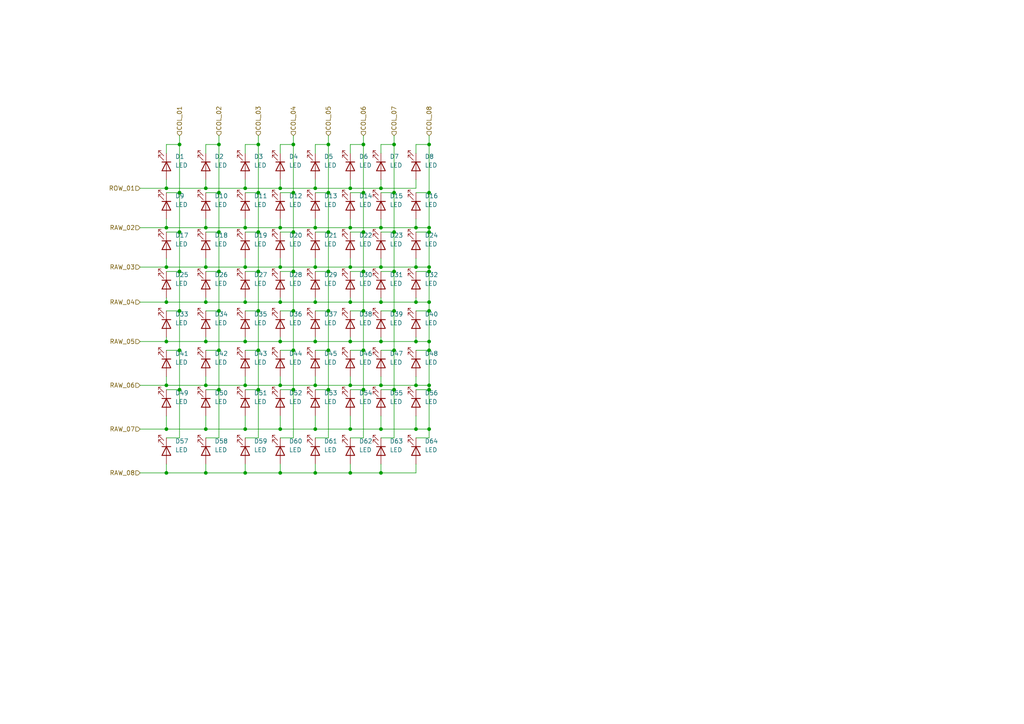
<source format=kicad_sch>
(kicad_sch (version 20211123) (generator eeschema)
  (paper "A4")
  (lib_symbols
    (symbol "Device:LED" (pin_numbers hide) (pin_names (offset 1.016) hide)
      (property "Reference" "D" (at 0 2.54 0))
      (property "Value" "LED" (at 0 -2.54 0))
      (symbol "LED_0_1"
        (polyline (pts (xy -1.27 -1.27) (xy -1.27 1.27)) (stroke (width 0.254)))
        (polyline (pts (xy -1.27 0) (xy 1.27 0)))
        (polyline (pts (xy 1.27 -1.27) (xy 1.27 1.27) (xy -1.27 0) (xy 1.27 -1.27)) (stroke (width 0.254)))
        (polyline (pts (xy -3.048 -0.762) (xy -4.572 -2.286) (xy -3.81 -2.286) (xy -4.572 -2.286) (xy -4.572 -1.524)))
        (polyline (pts (xy -1.778 -0.762) (xy -3.302 -2.286) (xy -2.54 -2.286) (xy -3.302 -2.286) (xy -3.302 -1.524)))
      )
      (symbol "LED_1_1"
        (pin passive line (at -3.81 0 0) (length 2.54) (name "K") (number "1"))
        (pin passive line (at 3.81 0 180) (length 2.54) (name "A") (number "2"))
      )
    )
  )
  (junction (at 105.41 67.31))
  (junction (at 95.25 113.03))
  (junction (at 71.12 77.47))
  (junction (at 74.93 113.03))
  (junction (at 85.09 101.6))
  (junction (at 59.69 54.61))
  (junction (at 71.12 66.04))
  (junction (at 48.26 99.06))
  (junction (at 52.07 90.17))
  (junction (at 114.3 90.17))
  (junction (at 81.28 99.06))
  (junction (at 48.26 77.47))
  (junction (at 59.69 137.16))
  (junction (at 91.44 124.46))
  (junction (at 124.46 77.47))
  (junction (at 124.46 90.17))
  (junction (at 114.3 41.91))
  (junction (at 85.09 67.31))
  (junction (at 110.49 111.76))
  (junction (at 63.5 78.74))
  (junction (at 120.65 87.63))
  (junction (at 63.5 101.6))
  (junction (at 105.41 113.03))
  (junction (at 91.44 77.47))
  (junction (at 48.26 137.16))
  (junction (at 85.09 90.17))
  (junction (at 110.49 87.63))
  (junction (at 105.41 55.88))
  (junction (at 124.46 87.63))
  (junction (at 52.07 67.31))
  (junction (at 59.69 77.47))
  (junction (at 71.12 99.06))
  (junction (at 95.25 101.6))
  (junction (at 52.07 55.88))
  (junction (at 105.41 78.74))
  (junction (at 124.46 67.31))
  (junction (at 101.6 124.46))
  (junction (at 52.07 41.91))
  (junction (at 81.28 111.76))
  (junction (at 74.93 90.17))
  (junction (at 48.26 87.63))
  (junction (at 59.69 99.06))
  (junction (at 74.93 101.6))
  (junction (at 105.41 101.6))
  (junction (at 81.28 54.61))
  (junction (at 48.26 54.61))
  (junction (at 110.49 77.47))
  (junction (at 91.44 111.76))
  (junction (at 52.07 78.74))
  (junction (at 120.65 99.06))
  (junction (at 95.25 67.31))
  (junction (at 91.44 66.04))
  (junction (at 71.12 124.46))
  (junction (at 101.6 77.47))
  (junction (at 81.28 137.16))
  (junction (at 81.28 77.47))
  (junction (at 105.41 41.91))
  (junction (at 114.3 55.88))
  (junction (at 114.3 78.74))
  (junction (at 74.93 41.91))
  (junction (at 110.49 124.46))
  (junction (at 71.12 137.16))
  (junction (at 85.09 78.74))
  (junction (at 85.09 113.03))
  (junction (at 63.5 113.03))
  (junction (at 124.46 99.06))
  (junction (at 63.5 55.88))
  (junction (at 114.3 101.6))
  (junction (at 101.6 99.06))
  (junction (at 74.93 67.31))
  (junction (at 101.6 137.16))
  (junction (at 110.49 54.61))
  (junction (at 124.46 41.91))
  (junction (at 95.25 41.91))
  (junction (at 124.46 78.74))
  (junction (at 91.44 137.16))
  (junction (at 63.5 90.17))
  (junction (at 48.26 111.76))
  (junction (at 101.6 54.61))
  (junction (at 63.5 67.31))
  (junction (at 59.69 87.63))
  (junction (at 114.3 67.31))
  (junction (at 48.26 124.46))
  (junction (at 91.44 87.63))
  (junction (at 124.46 124.46))
  (junction (at 95.25 90.17))
  (junction (at 81.28 66.04))
  (junction (at 48.26 66.04))
  (junction (at 91.44 99.06))
  (junction (at 120.65 111.76))
  (junction (at 63.5 41.91))
  (junction (at 120.65 77.47))
  (junction (at 85.09 55.88))
  (junction (at 74.93 78.74))
  (junction (at 52.07 113.03))
  (junction (at 120.65 66.04))
  (junction (at 114.3 113.03))
  (junction (at 124.46 111.76))
  (junction (at 81.28 124.46))
  (junction (at 124.46 66.04))
  (junction (at 95.25 55.88))
  (junction (at 71.12 87.63))
  (junction (at 71.12 54.61))
  (junction (at 124.46 101.6))
  (junction (at 81.28 87.63))
  (junction (at 105.41 90.17))
  (junction (at 59.69 124.46))
  (junction (at 71.12 111.76))
  (junction (at 52.07 101.6))
  (junction (at 59.69 66.04))
  (junction (at 101.6 87.63))
  (junction (at 120.65 124.46))
  (junction (at 95.25 78.74))
  (junction (at 85.09 41.91))
  (junction (at 59.69 111.76))
  (junction (at 110.49 66.04))
  (junction (at 110.49 99.06))
  (junction (at 91.44 54.61))
  (junction (at 124.46 113.03))
  (junction (at 101.6 66.04))
  (junction (at 124.46 55.88))
  (junction (at 101.6 111.76))
  (junction (at 74.93 55.88))
  (junction (at 110.49 137.16))
  (wire (pts (xy 101.6 55.88) (xy 105.41 55.88)))
  (wire (pts (xy 120.65 99.06) (xy 124.46 99.06)))
  (wire (pts (xy 120.65 67.31) (xy 124.46 67.31)))
  (wire (pts (xy 59.69 111.76) (xy 71.12 111.76)))
  (wire (pts (xy 81.28 113.03) (xy 85.09 113.03)))
  (wire (pts (xy 59.69 52.07) (xy 59.69 54.61)))
  (wire (pts (xy 101.6 66.04) (xy 110.49 66.04)))
  (wire (pts (xy 101.6 99.06) (xy 110.49 99.06)))
  (wire (pts (xy 101.6 63.5) (xy 101.6 66.04)))
  (wire (pts (xy 48.26 97.79) (xy 48.26 99.06)))
  (wire (pts (xy 59.69 127) (xy 63.5 127)))
  (wire (pts (xy 110.49 113.03) (xy 114.3 113.03)))
  (wire (pts (xy 110.49 120.65) (xy 110.49 124.46)))
  (wire (pts (xy 120.65 109.22) (xy 120.65 111.76)))
  (wire (pts (xy 48.26 99.06) (xy 59.69 99.06)))
  (wire (pts (xy 71.12 134.62) (xy 71.12 137.16)))
  (wire (pts (xy 81.28 101.6) (xy 85.09 101.6)))
  (wire (pts (xy 81.28 74.93) (xy 81.28 77.47)))
  (wire (pts (xy 52.07 41.91) (xy 52.07 55.88)))
  (wire (pts (xy 91.44 113.03) (xy 95.25 113.03)))
  (wire (pts (xy 81.28 124.46) (xy 91.44 124.46)))
  (wire (pts (xy 124.46 39.37) (xy 124.46 41.91)))
  (wire (pts (xy 48.26 87.63) (xy 59.69 87.63)))
  (wire (pts (xy 59.69 41.91) (xy 59.69 44.45)))
  (wire (pts (xy 48.26 67.31) (xy 52.07 67.31)))
  (wire (pts (xy 110.49 87.63) (xy 120.65 87.63)))
  (wire (pts (xy 91.44 67.31) (xy 95.25 67.31)))
  (wire (pts (xy 124.46 99.06) (xy 124.46 101.6)))
  (wire (pts (xy 40.64 54.61) (xy 48.26 54.61)))
  (wire (pts (xy 91.44 66.04) (xy 101.6 66.04)))
  (wire (pts (xy 110.49 55.88) (xy 114.3 55.88)))
  (wire (pts (xy 63.5 101.6) (xy 63.5 113.03)))
  (wire (pts (xy 101.6 109.22) (xy 101.6 111.76)))
  (wire (pts (xy 105.41 55.88) (xy 105.41 67.31)))
  (wire (pts (xy 85.09 55.88) (xy 85.09 67.31)))
  (wire (pts (xy 110.49 101.6) (xy 114.3 101.6)))
  (wire (pts (xy 124.46 41.91) (xy 120.65 41.91)))
  (wire (pts (xy 48.26 120.65) (xy 48.26 124.46)))
  (wire (pts (xy 48.26 55.88) (xy 52.07 55.88)))
  (wire (pts (xy 81.28 97.79) (xy 81.28 99.06)))
  (wire (pts (xy 101.6 74.93) (xy 101.6 77.47)))
  (wire (pts (xy 74.93 39.37) (xy 74.93 41.91)))
  (wire (pts (xy 48.26 111.76) (xy 59.69 111.76)))
  (wire (pts (xy 120.65 111.76) (xy 124.46 111.76)))
  (wire (pts (xy 114.3 90.17) (xy 114.3 101.6)))
  (wire (pts (xy 105.41 90.17) (xy 105.41 101.6)))
  (wire (pts (xy 91.44 137.16) (xy 101.6 137.16)))
  (wire (pts (xy 124.46 101.6) (xy 124.46 111.76)))
  (wire (pts (xy 110.49 99.06) (xy 120.65 99.06)))
  (wire (pts (xy 91.44 78.74) (xy 95.25 78.74)))
  (wire (pts (xy 81.28 134.62) (xy 81.28 137.16)))
  (wire (pts (xy 114.3 55.88) (xy 114.3 67.31)))
  (wire (pts (xy 120.65 63.5) (xy 120.65 66.04)))
  (wire (pts (xy 81.28 87.63) (xy 91.44 87.63)))
  (wire (pts (xy 114.3 101.6) (xy 114.3 113.03)))
  (wire (pts (xy 101.6 124.46) (xy 110.49 124.46)))
  (wire (pts (xy 91.44 120.65) (xy 91.44 124.46)))
  (wire (pts (xy 48.26 74.93) (xy 48.26 77.47)))
  (wire (pts (xy 120.65 120.65) (xy 120.65 124.46)))
  (wire (pts (xy 101.6 41.91) (xy 101.6 44.45)))
  (wire (pts (xy 124.46 67.31) (xy 124.46 77.47)))
  (wire (pts (xy 120.65 86.36) (xy 120.65 87.63)))
  (wire (pts (xy 101.6 111.76) (xy 110.49 111.76)))
  (wire (pts (xy 52.07 39.37) (xy 52.07 41.91)))
  (wire (pts (xy 114.3 41.91) (xy 114.3 55.88)))
  (wire (pts (xy 71.12 109.22) (xy 71.12 111.76)))
  (wire (pts (xy 105.41 67.31) (xy 105.41 78.74)))
  (wire (pts (xy 110.49 63.5) (xy 110.49 66.04)))
  (wire (pts (xy 91.44 124.46) (xy 101.6 124.46)))
  (wire (pts (xy 120.65 41.91) (xy 120.65 44.45)))
  (wire (pts (xy 48.26 66.04) (xy 40.64 66.04)))
  (wire (pts (xy 95.25 41.91) (xy 91.44 41.91)))
  (wire (pts (xy 81.28 41.91) (xy 81.28 44.45)))
  (wire (pts (xy 81.28 55.88) (xy 85.09 55.88)))
  (wire (pts (xy 63.5 41.91) (xy 59.69 41.91)))
  (wire (pts (xy 101.6 86.36) (xy 101.6 87.63)))
  (wire (pts (xy 74.93 101.6) (xy 74.93 113.03)))
  (wire (pts (xy 71.12 67.31) (xy 74.93 67.31)))
  (wire (pts (xy 40.64 99.06) (xy 48.26 99.06)))
  (wire (pts (xy 114.3 78.74) (xy 114.3 90.17)))
  (wire (pts (xy 71.12 78.74) (xy 74.93 78.74)))
  (wire (pts (xy 74.93 78.74) (xy 74.93 90.17)))
  (wire (pts (xy 74.93 90.17) (xy 74.93 101.6)))
  (wire (pts (xy 74.93 113.03) (xy 74.93 127)))
  (wire (pts (xy 71.12 137.16) (xy 81.28 137.16)))
  (wire (pts (xy 81.28 54.61) (xy 91.44 54.61)))
  (wire (pts (xy 81.28 66.04) (xy 91.44 66.04)))
  (wire (pts (xy 59.69 109.22) (xy 59.69 111.76)))
  (wire (pts (xy 91.44 77.47) (xy 101.6 77.47)))
  (wire (pts (xy 85.09 67.31) (xy 85.09 78.74)))
  (wire (pts (xy 81.28 52.07) (xy 81.28 54.61)))
  (wire (pts (xy 110.49 90.17) (xy 114.3 90.17)))
  (wire (pts (xy 91.44 134.62) (xy 91.44 137.16)))
  (wire (pts (xy 124.46 87.63) (xy 124.46 90.17)))
  (wire (pts (xy 48.26 78.74) (xy 52.07 78.74)))
  (wire (pts (xy 85.09 41.91) (xy 81.28 41.91)))
  (wire (pts (xy 71.12 74.93) (xy 71.12 77.47)))
  (wire (pts (xy 105.41 78.74) (xy 105.41 90.17)))
  (wire (pts (xy 110.49 52.07) (xy 110.49 54.61)))
  (wire (pts (xy 120.65 78.74) (xy 124.46 78.74)))
  (wire (pts (xy 59.69 134.62) (xy 59.69 137.16)))
  (wire (pts (xy 101.6 54.61) (xy 110.49 54.61)))
  (wire (pts (xy 81.28 78.74) (xy 85.09 78.74)))
  (wire (pts (xy 52.07 67.31) (xy 52.07 78.74)))
  (wire (pts (xy 81.28 127) (xy 85.09 127)))
  (wire (pts (xy 91.44 109.22) (xy 91.44 111.76)))
  (wire (pts (xy 71.12 66.04) (xy 81.28 66.04)))
  (wire (pts (xy 110.49 137.16) (xy 120.65 137.16)))
  (wire (pts (xy 101.6 87.63) (xy 110.49 87.63)))
  (wire (pts (xy 120.65 52.07) (xy 120.65 54.61)))
  (wire (pts (xy 59.69 97.79) (xy 59.69 99.06)))
  (wire (pts (xy 114.3 39.37) (xy 114.3 41.91)))
  (wire (pts (xy 71.12 111.76) (xy 81.28 111.76)))
  (wire (pts (xy 71.12 63.5) (xy 71.12 66.04)))
  (wire (pts (xy 59.69 66.04) (xy 71.12 66.04)))
  (wire (pts (xy 52.07 90.17) (xy 52.07 101.6)))
  (wire (pts (xy 59.69 99.06) (xy 71.12 99.06)))
  (wire (pts (xy 110.49 54.61) (xy 120.65 54.61)))
  (wire (pts (xy 63.5 55.88) (xy 63.5 67.31)))
  (wire (pts (xy 48.26 86.36) (xy 48.26 87.63)))
  (wire (pts (xy 59.69 87.63) (xy 71.12 87.63)))
  (wire (pts (xy 105.41 113.03) (xy 105.41 127)))
  (wire (pts (xy 120.65 55.88) (xy 124.46 55.88)))
  (wire (pts (xy 101.6 113.03) (xy 105.41 113.03)))
  (wire (pts (xy 48.26 101.6) (xy 52.07 101.6)))
  (wire (pts (xy 120.65 87.63) (xy 124.46 87.63)))
  (wire (pts (xy 124.46 113.03) (xy 124.46 124.46)))
  (wire (pts (xy 40.64 111.76) (xy 48.26 111.76)))
  (wire (pts (xy 101.6 127) (xy 105.41 127)))
  (wire (pts (xy 81.28 137.16) (xy 91.44 137.16)))
  (wire (pts (xy 71.12 120.65) (xy 71.12 124.46)))
  (wire (pts (xy 101.6 97.79) (xy 101.6 99.06)))
  (wire (pts (xy 101.6 77.47) (xy 110.49 77.47)))
  (wire (pts (xy 110.49 111.76) (xy 120.65 111.76)))
  (wire (pts (xy 120.65 90.17) (xy 124.46 90.17)))
  (wire (pts (xy 105.41 39.37) (xy 105.41 41.91)))
  (wire (pts (xy 71.12 101.6) (xy 74.93 101.6)))
  (wire (pts (xy 91.44 55.88) (xy 95.25 55.88)))
  (wire (pts (xy 120.65 124.46) (xy 124.46 124.46)))
  (wire (pts (xy 59.69 120.65) (xy 59.69 124.46)))
  (wire (pts (xy 124.46 66.04) (xy 124.46 67.31)))
  (wire (pts (xy 95.25 55.88) (xy 95.25 67.31)))
  (wire (pts (xy 52.07 101.6) (xy 52.07 113.03)))
  (wire (pts (xy 110.49 134.62) (xy 110.49 137.16)))
  (wire (pts (xy 71.12 124.46) (xy 81.28 124.46)))
  (wire (pts (xy 114.3 67.31) (xy 114.3 78.74)))
  (wire (pts (xy 120.65 74.93) (xy 120.65 77.47)))
  (wire (pts (xy 95.25 101.6) (xy 95.25 113.03)))
  (wire (pts (xy 110.49 77.47) (xy 120.65 77.47)))
  (wire (pts (xy 91.44 99.06) (xy 101.6 99.06)))
  (wire (pts (xy 91.44 90.17) (xy 95.25 90.17)))
  (wire (pts (xy 91.44 52.07) (xy 91.44 54.61)))
  (wire (pts (xy 95.25 113.03) (xy 95.25 127)))
  (wire (pts (xy 59.69 77.47) (xy 71.12 77.47)))
  (wire (pts (xy 48.26 52.07) (xy 48.26 54.61)))
  (wire (pts (xy 48.26 113.03) (xy 52.07 113.03)))
  (wire (pts (xy 52.07 41.91) (xy 48.26 41.91)))
  (wire (pts (xy 48.26 127) (xy 52.07 127)))
  (wire (pts (xy 105.41 101.6) (xy 105.41 113.03)))
  (wire (pts (xy 59.69 74.93) (xy 59.69 77.47)))
  (wire (pts (xy 105.41 41.91) (xy 101.6 41.91)))
  (wire (pts (xy 81.28 67.31) (xy 85.09 67.31)))
  (wire (pts (xy 101.6 137.16) (xy 110.49 137.16)))
  (wire (pts (xy 59.69 78.74) (xy 63.5 78.74)))
  (wire (pts (xy 110.49 78.74) (xy 114.3 78.74)))
  (wire (pts (xy 110.49 97.79) (xy 110.49 99.06)))
  (wire (pts (xy 124.46 78.74) (xy 124.46 87.63)))
  (wire (pts (xy 63.5 113.03) (xy 63.5 127)))
  (wire (pts (xy 91.44 41.91) (xy 91.44 44.45)))
  (wire (pts (xy 71.12 54.61) (xy 81.28 54.61)))
  (wire (pts (xy 74.93 41.91) (xy 71.12 41.91)))
  (wire (pts (xy 101.6 134.62) (xy 101.6 137.16)))
  (wire (pts (xy 85.09 78.74) (xy 85.09 90.17)))
  (wire (pts (xy 120.65 77.47) (xy 124.46 77.47)))
  (wire (pts (xy 81.28 120.65) (xy 81.28 124.46)))
  (wire (pts (xy 59.69 67.31) (xy 63.5 67.31)))
  (wire (pts (xy 71.12 90.17) (xy 74.93 90.17)))
  (wire (pts (xy 95.25 90.17) (xy 95.25 101.6)))
  (wire (pts (xy 48.26 77.47) (xy 59.69 77.47)))
  (wire (pts (xy 71.12 87.63) (xy 81.28 87.63)))
  (wire (pts (xy 71.12 52.07) (xy 71.12 54.61)))
  (wire (pts (xy 85.09 113.03) (xy 85.09 127)))
  (wire (pts (xy 91.44 111.76) (xy 101.6 111.76)))
  (wire (pts (xy 52.07 78.74) (xy 52.07 90.17)))
  (wire (pts (xy 71.12 41.91) (xy 71.12 44.45)))
  (wire (pts (xy 59.69 124.46) (xy 71.12 124.46)))
  (wire (pts (xy 71.12 55.88) (xy 74.93 55.88)))
  (wire (pts (xy 124.46 90.17) (xy 124.46 99.06)))
  (wire (pts (xy 101.6 90.17) (xy 105.41 90.17)))
  (wire (pts (xy 91.44 87.63) (xy 101.6 87.63)))
  (wire (pts (xy 48.26 63.5) (xy 48.26 66.04)))
  (wire (pts (xy 48.26 66.04) (xy 59.69 66.04)))
  (wire (pts (xy 114.3 41.91) (xy 110.49 41.91)))
  (wire (pts (xy 81.28 109.22) (xy 81.28 111.76)))
  (wire (pts (xy 40.64 124.46) (xy 48.26 124.46)))
  (wire (pts (xy 91.44 127) (xy 95.25 127)))
  (wire (pts (xy 120.65 66.04) (xy 124.46 66.04)))
  (wire (pts (xy 85.09 41.91) (xy 85.09 55.88)))
  (wire (pts (xy 110.49 66.04) (xy 120.65 66.04)))
  (wire (pts (xy 74.93 55.88) (xy 74.93 67.31)))
  (wire (pts (xy 101.6 67.31) (xy 105.41 67.31)))
  (wire (pts (xy 120.65 113.03) (xy 124.46 113.03)))
  (wire (pts (xy 95.25 78.74) (xy 95.25 90.17)))
  (wire (pts (xy 81.28 99.06) (xy 91.44 99.06)))
  (wire (pts (xy 59.69 86.36) (xy 59.69 87.63)))
  (wire (pts (xy 52.07 55.88) (xy 52.07 67.31)))
  (wire (pts (xy 124.46 41.91) (xy 124.46 55.88)))
  (wire (pts (xy 48.26 41.91) (xy 48.26 44.45)))
  (wire (pts (xy 124.46 111.76) (xy 124.46 113.03)))
  (wire (pts (xy 95.25 39.37) (xy 95.25 41.91)))
  (wire (pts (xy 59.69 101.6) (xy 63.5 101.6)))
  (wire (pts (xy 48.26 90.17) (xy 52.07 90.17)))
  (wire (pts (xy 63.5 78.74) (xy 63.5 90.17)))
  (wire (pts (xy 110.49 127) (xy 114.3 127)))
  (wire (pts (xy 59.69 137.16) (xy 71.12 137.16)))
  (wire (pts (xy 120.65 97.79) (xy 120.65 99.06)))
  (wire (pts (xy 110.49 109.22) (xy 110.49 111.76)))
  (wire (pts (xy 101.6 78.74) (xy 105.41 78.74)))
  (wire (pts (xy 101.6 120.65) (xy 101.6 124.46)))
  (wire (pts (xy 63.5 90.17) (xy 63.5 101.6)))
  (wire (pts (xy 59.69 113.03) (xy 63.5 113.03)))
  (wire (pts (xy 59.69 63.5) (xy 59.69 66.04)))
  (wire (pts (xy 120.65 134.62) (xy 120.65 137.16)))
  (wire (pts (xy 85.09 101.6) (xy 85.09 113.03)))
  (wire (pts (xy 95.25 67.31) (xy 95.25 78.74)))
  (wire (pts (xy 48.26 134.62) (xy 48.26 137.16)))
  (wire (pts (xy 81.28 77.47) (xy 91.44 77.47)))
  (wire (pts (xy 81.28 86.36) (xy 81.28 87.63)))
  (wire (pts (xy 81.28 90.17) (xy 85.09 90.17)))
  (wire (pts (xy 81.28 111.76) (xy 91.44 111.76)))
  (wire (pts (xy 71.12 99.06) (xy 81.28 99.06)))
  (wire (pts (xy 91.44 97.79) (xy 91.44 99.06)))
  (wire (pts (xy 63.5 41.91) (xy 63.5 55.88)))
  (wire (pts (xy 71.12 97.79) (xy 71.12 99.06)))
  (wire (pts (xy 110.49 74.93) (xy 110.49 77.47)))
  (wire (pts (xy 110.49 67.31) (xy 114.3 67.31)))
  (wire (pts (xy 40.64 77.47) (xy 48.26 77.47)))
  (wire (pts (xy 74.93 41.91) (xy 74.93 55.88)))
  (wire (pts (xy 71.12 86.36) (xy 71.12 87.63)))
  (wire (pts (xy 124.46 55.88) (xy 124.46 66.04)))
  (wire (pts (xy 91.44 63.5) (xy 91.44 66.04)))
  (wire (pts (xy 48.26 109.22) (xy 48.26 111.76)))
  (wire (pts (xy 71.12 113.03) (xy 74.93 113.03)))
  (wire (pts (xy 71.12 127) (xy 74.93 127)))
  (wire (pts (xy 40.64 87.63) (xy 48.26 87.63)))
  (wire (pts (xy 110.49 41.91) (xy 110.49 44.45)))
  (wire (pts (xy 48.26 137.16) (xy 59.69 137.16)))
  (wire (pts (xy 59.69 90.17) (xy 63.5 90.17)))
  (wire (pts (xy 110.49 124.46) (xy 120.65 124.46)))
  (wire (pts (xy 91.44 74.93) (xy 91.44 77.47)))
  (wire (pts (xy 120.65 101.6) (xy 124.46 101.6)))
  (wire (pts (xy 52.07 113.03) (xy 52.07 127)))
  (wire (pts (xy 85.09 90.17) (xy 85.09 101.6)))
  (wire (pts (xy 95.25 41.91) (xy 95.25 55.88)))
  (wire (pts (xy 120.65 127) (xy 124.46 127)))
  (wire (pts (xy 40.64 137.16) (xy 48.26 137.16)))
  (wire (pts (xy 85.09 39.37) (xy 85.09 41.91)))
  (wire (pts (xy 59.69 55.88) (xy 63.5 55.88)))
  (wire (pts (xy 114.3 113.03) (xy 114.3 127)))
  (wire (pts (xy 59.69 54.61) (xy 71.12 54.61)))
  (wire (pts (xy 74.93 67.31) (xy 74.93 78.74)))
  (wire (pts (xy 48.26 54.61) (xy 59.69 54.61)))
  (wire (pts (xy 81.28 63.5) (xy 81.28 66.04)))
  (wire (pts (xy 124.46 124.46) (xy 124.46 127)))
  (wire (pts (xy 63.5 39.37) (xy 63.5 41.91)))
  (wire (pts (xy 124.46 77.47) (xy 124.46 78.74)))
  (wire (pts (xy 105.41 41.91) (xy 105.41 55.88)))
  (wire (pts (xy 71.12 77.47) (xy 81.28 77.47)))
  (wire (pts (xy 101.6 52.07) (xy 101.6 54.61)))
  (wire (pts (xy 63.5 67.31) (xy 63.5 78.74)))
  (wire (pts (xy 48.26 124.46) (xy 59.69 124.46)))
  (wire (pts (xy 110.49 86.36) (xy 110.49 87.63)))
  (wire (pts (xy 91.44 86.36) (xy 91.44 87.63)))
  (wire (pts (xy 91.44 101.6) (xy 95.25 101.6)))
  (wire (pts (xy 101.6 101.6) (xy 105.41 101.6)))
  (wire (pts (xy 91.44 54.61) (xy 101.6 54.61)))
  (hierarchical_label "RAW_08" (shape input) (at 40.64 137.16 180))
  (hierarchical_label "RAW_03" (shape input) (at 40.64 77.47 180))
  (hierarchical_label "RAW_06" (shape input) (at 40.64 111.76 180))
  (hierarchical_label "RAW_02" (shape input) (at 40.64 66.04 180))
  (hierarchical_label "COL_07" (shape input) (at 114.3 39.37 90))
  (hierarchical_label "RAW_04" (shape input) (at 40.64 87.63 180))
  (hierarchical_label "RAW_05" (shape input) (at 40.64 99.06 180))
  (hierarchical_label "COL_02" (shape input) (at 63.5 39.37 90))
  (hierarchical_label "COL_04" (shape input) (at 85.09 39.37 90))
  (hierarchical_label "ROW_01" (shape input) (at 40.64 54.61 180))
  (hierarchical_label "COL_08" (shape input) (at 124.46 39.37 90))
  (hierarchical_label "COL_01" (shape input) (at 52.07 39.37 90))
  (hierarchical_label "COL_06" (shape input) (at 105.41 39.37 90))
  (hierarchical_label "COL_03" (shape input) (at 74.93 39.37 90))
  (hierarchical_label "COL_05" (shape input) (at 95.25 39.37 90))
  (hierarchical_label "RAW_07" (shape input) (at 40.64 124.46 180))
  (symbol (lib_id "Device:LED") (at 59.69 116.84 270) (unit 1)
    (property "Reference" "D50" (at 62.23 113.9824 90) (effects (justify left)))
    (property "Value" "LED" (at 62.23 116.5224 90) (effects (justify left)))
  )
  (symbol (lib_id "Device:LED") (at 81.28 59.69 270) (unit 1)
    (property "Reference" "D12" (at 83.82 56.8324 90) (effects (justify left)))
    (property "Value" "LED" (at 83.82 59.3724 90) (effects (justify left)))
  )
  (symbol (lib_id "Device:LED") (at 101.6 93.98 270) (unit 1)
    (property "Reference" "D38" (at 104.14 91.1224 90) (effects (justify left)))
    (property "Value" "LED" (at 104.14 93.6624 90) (effects (justify left)))
  )
  (symbol (lib_id "Device:LED") (at 110.49 59.69 270) (unit 1)
    (property "Reference" "D15" (at 113.03 56.8324 90) (effects (justify left)))
    (property "Value" "LED" (at 113.03 59.3724 90) (effects (justify left)))
  )
  (symbol (lib_id "Device:LED") (at 101.6 116.84 270) (unit 1)
    (property "Reference" "D54" (at 104.14 113.9824 90) (effects (justify left)))
    (property "Value" "LED" (at 104.14 116.5224 90) (effects (justify left)))
  )
  (symbol (lib_id "Device:LED") (at 120.65 130.81 270) (unit 1)
    (property "Reference" "D64" (at 123.19 127.9524 90) (effects (justify left)))
    (property "Value" "LED" (at 123.19 130.4924 90) (effects (justify left)))
  )
  (symbol (lib_id "Device:LED") (at 91.44 105.41 270) (unit 1)
    (property "Reference" "D45" (at 93.98 102.5524 90) (effects (justify left)))
    (property "Value" "LED" (at 93.98 105.0924 90) (effects (justify left)))
  )
  (symbol (lib_id "Device:LED") (at 71.12 59.69 270) (unit 1)
    (property "Reference" "D11" (at 73.66 56.8324 90) (effects (justify left)))
    (property "Value" "LED" (at 73.66 59.3724 90) (effects (justify left)))
  )
  (symbol (lib_id "Device:LED") (at 101.6 71.12 270) (unit 1)
    (property "Reference" "D22" (at 104.14 68.2624 90) (effects (justify left)))
    (property "Value" "LED" (at 104.14 70.8024 90) (effects (justify left)))
  )
  (symbol (lib_id "Device:LED") (at 81.28 130.81 270) (unit 1)
    (property "Reference" "D60" (at 83.82 127.9524 90) (effects (justify left)))
    (property "Value" "LED" (at 83.82 130.4924 90) (effects (justify left)))
  )
  (symbol (lib_id "Device:LED") (at 59.69 48.26 270) (unit 1)
    (property "Reference" "D2" (at 62.23 45.4024 90) (effects (justify left)))
    (property "Value" "LED" (at 62.23 47.9424 90) (effects (justify left)))
  )
  (symbol (lib_id "Device:LED") (at 71.12 130.81 270) (unit 1)
    (property "Reference" "D59" (at 73.66 127.9524 90) (effects (justify left)))
    (property "Value" "LED" (at 73.66 130.4924 90) (effects (justify left)))
  )
  (symbol (lib_id "Device:LED") (at 71.12 93.98 270) (unit 1)
    (property "Reference" "D35" (at 73.66 91.1224 90) (effects (justify left)))
    (property "Value" "LED" (at 73.66 93.6624 90) (effects (justify left)))
  )
  (symbol (lib_id "Device:LED") (at 59.69 93.98 270) (unit 1)
    (property "Reference" "D34" (at 62.23 91.1224 90) (effects (justify left)))
    (property "Value" "LED" (at 62.23 93.6624 90) (effects (justify left)))
  )
  (symbol (lib_id "Device:LED") (at 91.44 130.81 270) (unit 1)
    (property "Reference" "D61" (at 93.98 127.9524 90) (effects (justify left)))
    (property "Value" "LED" (at 93.98 130.4924 90) (effects (justify left)))
  )
  (symbol (lib_id "Device:LED") (at 48.26 116.84 270) (unit 1)
    (property "Reference" "D49" (at 50.8 113.9824 90) (effects (justify left)))
    (property "Value" "LED" (at 50.8 116.5224 90) (effects (justify left)))
  )
  (symbol (lib_id "Device:LED") (at 71.12 71.12 270) (unit 1)
    (property "Reference" "D19" (at 73.66 68.2624 90) (effects (justify left)))
    (property "Value" "LED" (at 73.66 70.8024 90) (effects (justify left)))
  )
  (symbol (lib_id "Device:LED") (at 48.26 93.98 270) (unit 1)
    (property "Reference" "D33" (at 50.8 91.1224 90) (effects (justify left)))
    (property "Value" "LED" (at 50.8 93.6624 90) (effects (justify left)))
  )
  (symbol (lib_id "Device:LED") (at 110.49 116.84 270) (unit 1)
    (property "Reference" "D55" (at 113.03 113.9824 90) (effects (justify left)))
    (property "Value" "LED" (at 113.03 116.5224 90) (effects (justify left)))
  )
  (symbol (lib_id "Device:LED") (at 101.6 59.69 270) (unit 1)
    (property "Reference" "D14" (at 104.14 56.8324 90) (effects (justify left)))
    (property "Value" "LED" (at 104.14 59.3724 90) (effects (justify left)))
  )
  (symbol (lib_id "Device:LED") (at 101.6 82.55 270) (unit 1)
    (property "Reference" "D30" (at 104.14 79.6924 90) (effects (justify left)))
    (property "Value" "LED" (at 104.14 82.2324 90) (effects (justify left)))
  )
  (symbol (lib_id "Device:LED") (at 120.65 93.98 270) (unit 1)
    (property "Reference" "D40" (at 123.19 91.1224 90) (effects (justify left)))
    (property "Value" "LED" (at 123.19 93.6624 90) (effects (justify left)))
  )
  (symbol (lib_id "Device:LED") (at 48.26 105.41 270) (unit 1)
    (property "Reference" "D41" (at 50.8 102.5524 90) (effects (justify left)))
    (property "Value" "LED" (at 50.8 105.0924 90) (effects (justify left)))
  )
  (symbol (lib_id "Device:LED") (at 91.44 71.12 270) (unit 1)
    (property "Reference" "D21" (at 93.98 68.2624 90) (effects (justify left)))
    (property "Value" "LED" (at 93.98 70.8024 90) (effects (justify left)))
  )
  (symbol (lib_id "Device:LED") (at 59.69 82.55 270) (unit 1)
    (property "Reference" "D26" (at 62.23 79.6924 90) (effects (justify left)))
    (property "Value" "LED" (at 62.23 82.2324 90) (effects (justify left)))
  )
  (symbol (lib_id "Device:LED") (at 81.28 105.41 270) (unit 1)
    (property "Reference" "D44" (at 83.82 102.5524 90) (effects (justify left)))
    (property "Value" "LED" (at 83.82 105.0924 90) (effects (justify left)))
  )
  (symbol (lib_id "Device:LED") (at 59.69 105.41 270) (unit 1)
    (property "Reference" "D42" (at 62.23 102.5524 90) (effects (justify left)))
    (property "Value" "LED" (at 62.23 105.0924 90) (effects (justify left)))
  )
  (symbol (lib_id "Device:LED") (at 110.49 105.41 270) (unit 1)
    (property "Reference" "D47" (at 113.03 102.5524 90) (effects (justify left)))
    (property "Value" "LED" (at 113.03 105.0924 90) (effects (justify left)))
  )
  (symbol (lib_id "Device:LED") (at 48.26 82.55 270) (unit 1)
    (property "Reference" "D25" (at 50.8 79.6924 90) (effects (justify left)))
    (property "Value" "LED" (at 50.8 82.2324 90) (effects (justify left)))
  )
  (symbol (lib_id "Device:LED") (at 120.65 82.55 270) (unit 1)
    (property "Reference" "D32" (at 123.19 79.6924 90) (effects (justify left)))
    (property "Value" "LED" (at 123.19 82.2324 90) (effects (justify left)))
  )
  (symbol (lib_id "Device:LED") (at 110.49 48.26 270) (unit 1)
    (property "Reference" "D7" (at 113.03 45.4024 90) (effects (justify left)))
    (property "Value" "LED" (at 113.03 47.9424 90) (effects (justify left)))
  )
  (symbol (lib_id "Device:LED") (at 120.65 105.41 270) (unit 1)
    (property "Reference" "D48" (at 123.19 102.5524 90) (effects (justify left)))
    (property "Value" "LED" (at 123.19 105.0924 90) (effects (justify left)))
  )
  (symbol (lib_id "Device:LED") (at 81.28 71.12 270) (unit 1)
    (property "Reference" "D20" (at 83.82 68.2624 90) (effects (justify left)))
    (property "Value" "LED" (at 83.82 70.8024 90) (effects (justify left)))
  )
  (symbol (lib_id "Device:LED") (at 48.26 59.69 270) (unit 1)
    (property "Reference" "D9" (at 50.8 56.8324 90) (effects (justify left)))
    (property "Value" "LED" (at 50.8 59.3724 90) (effects (justify left)))
  )
  (symbol (lib_id "Device:LED") (at 48.26 130.81 270) (unit 1)
    (property "Reference" "D57" (at 50.8 127.9524 90) (effects (justify left)))
    (property "Value" "LED" (at 50.8 130.4924 90) (effects (justify left)))
  )
  (symbol (lib_id "Device:LED") (at 101.6 48.26 270) (unit 1)
    (property "Reference" "D6" (at 104.14 45.4024 90) (effects (justify left)))
    (property "Value" "LED" (at 104.14 47.9424 90) (effects (justify left)))
  )
  (symbol (lib_id "Device:LED") (at 81.28 93.98 270) (unit 1)
    (property "Reference" "D36" (at 83.82 91.1224 90) (effects (justify left)))
    (property "Value" "LED" (at 83.82 93.6624 90) (effects (justify left)))
  )
  (symbol (lib_id "Device:LED") (at 59.69 71.12 270) (unit 1)
    (property "Reference" "D18" (at 62.23 68.2624 90) (effects (justify left)))
    (property "Value" "LED" (at 62.23 70.8024 90) (effects (justify left)))
  )
  (symbol (lib_id "Device:LED") (at 48.26 71.12 270) (unit 1)
    (property "Reference" "D17" (at 50.8 68.2624 90) (effects (justify left)))
    (property "Value" "LED" (at 50.8 70.8024 90) (effects (justify left)))
  )
  (symbol (lib_id "Device:LED") (at 91.44 93.98 270) (unit 1)
    (property "Reference" "D37" (at 93.98 91.1224 90) (effects (justify left)))
    (property "Value" "LED" (at 93.98 93.6624 90) (effects (justify left)))
  )
  (symbol (lib_id "Device:LED") (at 110.49 130.81 270) (unit 1)
    (property "Reference" "D63" (at 113.03 127.9524 90) (effects (justify left)))
    (property "Value" "LED" (at 113.03 130.4924 90) (effects (justify left)))
  )
  (symbol (lib_id "Device:LED") (at 81.28 82.55 270) (unit 1)
    (property "Reference" "D28" (at 83.82 79.6924 90) (effects (justify left)))
    (property "Value" "LED" (at 83.82 82.2324 90) (effects (justify left)))
  )
  (symbol (lib_id "Device:LED") (at 120.65 59.69 270) (unit 1)
    (property "Reference" "D16" (at 123.19 56.8324 90) (effects (justify left)))
    (property "Value" "LED" (at 123.19 59.3724 90) (effects (justify left)))
  )
  (symbol (lib_id "Device:LED") (at 71.12 82.55 270) (unit 1)
    (property "Reference" "D27" (at 73.66 79.6924 90) (effects (justify left)))
    (property "Value" "LED" (at 73.66 82.2324 90) (effects (justify left)))
  )
  (symbol (lib_id "Device:LED") (at 110.49 82.55 270) (unit 1)
    (property "Reference" "D31" (at 113.03 79.6924 90) (effects (justify left)))
    (property "Value" "LED" (at 113.03 82.2324 90) (effects (justify left)))
  )
  (symbol (lib_id "Device:LED") (at 91.44 116.84 270) (unit 1)
    (property "Reference" "D53" (at 93.98 113.9824 90) (effects (justify left)))
    (property "Value" "LED" (at 93.98 116.5224 90) (effects (justify left)))
  )
  (symbol (lib_id "Device:LED") (at 59.69 130.81 270) (unit 1)
    (property "Reference" "D58" (at 62.23 127.9524 90) (effects (justify left)))
    (property "Value" "LED" (at 62.23 130.4924 90) (effects (justify left)))
  )
  (symbol (lib_id "Device:LED") (at 48.26 48.26 270) (unit 1)
    (property "Reference" "D1" (at 50.8 45.4024 90) (effects (justify left)))
    (property "Value" "LED" (at 50.8 47.9424 90) (effects (justify left)))
  )
  (symbol (lib_id "Device:LED") (at 71.12 105.41 270) (unit 1)
    (property "Reference" "D43" (at 73.66 102.5524 90) (effects (justify left)))
    (property "Value" "LED" (at 73.66 105.0924 90) (effects (justify left)))
  )
  (symbol (lib_id "Device:LED") (at 120.65 48.26 270) (unit 1)
    (property "Reference" "D8" (at 123.19 45.4024 90) (effects (justify left)))
    (property "Value" "LED" (at 123.19 47.9424 90) (effects (justify left)))
  )
  (symbol (lib_id "Device:LED") (at 91.44 48.26 270) (unit 1)
    (property "Reference" "D5" (at 93.98 45.4024 90) (effects (justify left)))
    (property "Value" "LED" (at 93.98 47.9424 90) (effects (justify left)))
  )
  (symbol (lib_id "Device:LED") (at 110.49 93.98 270) (unit 1)
    (property "Reference" "D39" (at 113.03 91.1224 90) (effects (justify left)))
    (property "Value" "LED" (at 113.03 93.6624 90) (effects (justify left)))
  )
  (symbol (lib_id "Device:LED") (at 120.65 71.12 270) (unit 1)
    (property "Reference" "D24" (at 123.19 68.2624 90) (effects (justify left)))
    (property "Value" "LED" (at 123.19 70.8024 90) (effects (justify left)))
  )
  (symbol (lib_id "Device:LED") (at 71.12 116.84 270) (unit 1)
    (property "Reference" "D51" (at 73.66 113.9824 90) (effects (justify left)))
    (property "Value" "LED" (at 73.66 116.5224 90) (effects (justify left)))
  )
  (symbol (lib_id "Device:LED") (at 81.28 48.26 270) (unit 1)
    (property "Reference" "D4" (at 83.82 45.4024 90) (effects (justify left)))
    (property "Value" "LED" (at 83.82 47.9424 90) (effects (justify left)))
  )
  (symbol (lib_id "Device:LED") (at 110.49 71.12 270) (unit 1)
    (property "Reference" "D23" (at 113.03 68.2624 90) (effects (justify left)))
    (property "Value" "LED" (at 113.03 70.8024 90) (effects (justify left)))
  )
  (symbol (lib_id "Device:LED") (at 81.28 116.84 270) (unit 1)
    (property "Reference" "D52" (at 83.82 113.9824 90) (effects (justify left)))
    (property "Value" "LED" (at 83.82 116.5224 90) (effects (justify left)))
  )
  (symbol (lib_id "Device:LED") (at 101.6 105.41 270) (unit 1)
    (property "Reference" "D46" (at 104.14 102.5524 90) (effects (justify left)))
    (property "Value" "LED" (at 104.14 105.0924 90) (effects (justify left)))
  )
  (symbol (lib_id "Device:LED") (at 91.44 59.69 270) (unit 1)
    (property "Reference" "D13" (at 93.98 56.8324 90) (effects (justify left)))
    (property "Value" "LED" (at 93.98 59.3724 90) (effects (justify left)))
  )
  (symbol (lib_id "Device:LED") (at 71.12 48.26 270) (unit 1)
    (property "Reference" "D3" (at 73.66 45.4024 90) (effects (justify left)))
    (property "Value" "LED" (at 73.66 47.9424 90) (effects (justify left)))
  )
  (symbol (lib_id "Device:LED") (at 59.69 59.69 270) (unit 1)
    (property "Reference" "D10" (at 62.23 56.8324 90) (effects (justify left)))
    (property "Value" "LED" (at 62.23 59.3724 90) (effects (justify left)))
  )
  (symbol (lib_id "Device:LED") (at 101.6 130.81 270) (unit 1)
    (property "Reference" "D62" (at 104.14 127.9524 90) (effects (justify left)))
    (property "Value" "LED" (at 104.14 130.4924 90) (effects (justify left)))
  )
  (symbol (lib_id "Device:LED") (at 91.44 82.55 270) (unit 1)
    (property "Reference" "D29" (at 93.98 79.6924 90) (effects (justify left)))
    (property "Value" "LED" (at 93.98 82.2324 90) (effects (justify left)))
  )
  (symbol (lib_id "Device:LED") (at 120.65 116.84 270) (unit 1)
    (property "Reference" "D56" (at 123.19 113.9824 90) (effects (justify left)))
    (property "Value" "LED" (at 123.19 116.5224 90) (effects (justify left)))
  )
)
</source>
